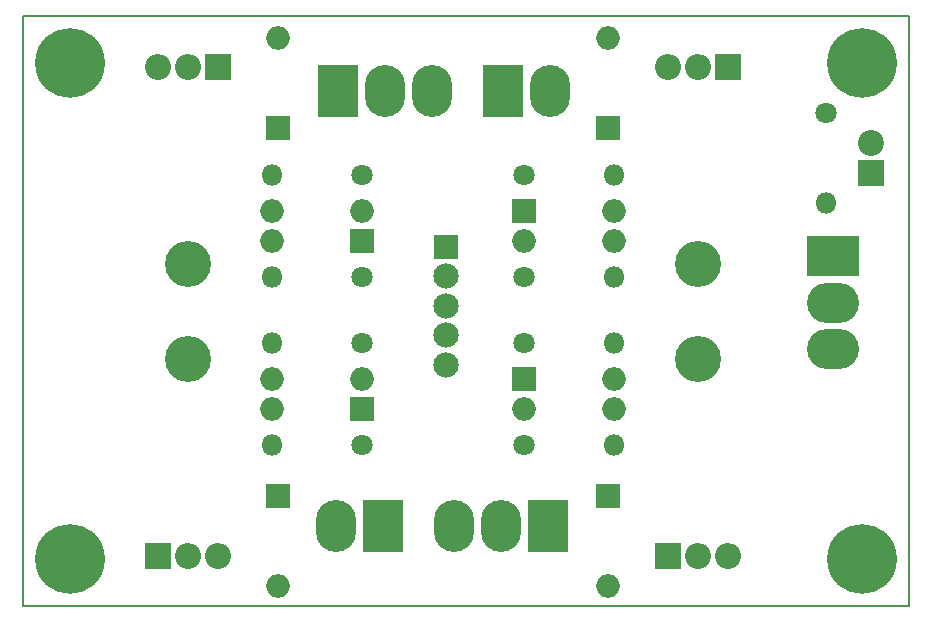
<source format=gbr>
%TF.GenerationSoftware,KiCad,Pcbnew,(5.0.0)*%
%TF.CreationDate,2018-12-15T00:11:35+01:00*%
%TF.ProjectId,high-voltage_driver_V1.0,686967682D766F6C746167655F647269,1.0*%
%TF.SameCoordinates,PXfbec30PYfbec30*%
%TF.FileFunction,Soldermask,Bot*%
%TF.FilePolarity,Negative*%
%FSLAX46Y46*%
G04 Gerber Fmt 4.6, Leading zero omitted, Abs format (unit mm)*
G04 Created by KiCad (PCBNEW (5.0.0)) date 12/15/18 00:11:35*
%MOMM*%
%LPD*%
G01*
G04 APERTURE LIST*
%ADD10C,0.150000*%
%ADD11C,1.800000*%
%ADD12O,1.800000X1.800000*%
%ADD13R,2.200000X2.200000*%
%ADD14C,2.200000*%
%ADD15R,2.150000X2.150000*%
%ADD16C,2.150000*%
%ADD17R,4.400000X3.400000*%
%ADD18O,4.400000X3.400000*%
%ADD19R,3.400000X4.400000*%
%ADD20O,3.400000X4.400000*%
%ADD21O,3.900000X3.900000*%
%ADD22O,2.200000X2.200000*%
%ADD23R,2.000000X2.000000*%
%ADD24O,2.000000X2.000000*%
%ADD25C,5.900000*%
G04 APERTURE END LIST*
D10*
X75000000Y-50000000D02*
X0Y-50000000D01*
X75000000Y0D02*
X75000000Y-50000000D01*
X0Y0D02*
X0Y-50000000D01*
X0Y0D02*
X75000000Y0D01*
D11*
X42418000Y-36322000D03*
D12*
X50038000Y-36322000D03*
D13*
X71755000Y-13335000D03*
D14*
X71755000Y-10795000D03*
D15*
X35814000Y-19558000D03*
D16*
X35814000Y-22058000D03*
X35814000Y-24558000D03*
X35814000Y-27058000D03*
X35814000Y-29558000D03*
D17*
X68580000Y-20320000D03*
D18*
X68580000Y-24282400D03*
X68580000Y-28244800D03*
D19*
X26670000Y-6350000D03*
D20*
X30632400Y-6350000D03*
X34594800Y-6350000D03*
D19*
X40640000Y-6350000D03*
D20*
X44602400Y-6350000D03*
D19*
X44450000Y-43180000D03*
D20*
X40487600Y-43180000D03*
X36525200Y-43180000D03*
D19*
X30480000Y-43180000D03*
D20*
X26517600Y-43180000D03*
D21*
X13970000Y-20978000D03*
D13*
X16510000Y-4318000D03*
D22*
X13970000Y-4318000D03*
X11430000Y-4318000D03*
D21*
X57150000Y-20978000D03*
D13*
X59690000Y-4318000D03*
D22*
X57150000Y-4318000D03*
X54610000Y-4318000D03*
D21*
X57150000Y-29060000D03*
D13*
X54610000Y-45720000D03*
D22*
X57150000Y-45720000D03*
X59690000Y-45720000D03*
D21*
X13970000Y-29060000D03*
D13*
X11430000Y-45720000D03*
D22*
X13970000Y-45720000D03*
X16510000Y-45720000D03*
D11*
X28702000Y-22098000D03*
D12*
X21082000Y-22098000D03*
D11*
X42418000Y-22098000D03*
D12*
X50038000Y-22098000D03*
D11*
X42418000Y-27686000D03*
D12*
X50038000Y-27686000D03*
D11*
X28702000Y-27686000D03*
D12*
X21082000Y-27686000D03*
D11*
X67945000Y-8255000D03*
D12*
X67945000Y-15875000D03*
D11*
X28702000Y-13462000D03*
D12*
X21082000Y-13462000D03*
D11*
X42418000Y-13462000D03*
D12*
X50038000Y-13462000D03*
D11*
X28702000Y-36322000D03*
D12*
X21082000Y-36322000D03*
D23*
X28702000Y-19050000D03*
D24*
X21082000Y-16510000D03*
X28702000Y-16510000D03*
X21082000Y-19050000D03*
D23*
X42418000Y-16510000D03*
D24*
X50038000Y-19050000D03*
X42418000Y-19050000D03*
X50038000Y-16510000D03*
D23*
X42418000Y-30734000D03*
D24*
X50038000Y-33274000D03*
X42418000Y-33274000D03*
X50038000Y-30734000D03*
D23*
X28702000Y-33274000D03*
D24*
X21082000Y-30734000D03*
X28702000Y-30734000D03*
X21082000Y-33274000D03*
D25*
X4000000Y-4000000D03*
X71000000Y-4000000D03*
X4000000Y-46000000D03*
X71000000Y-46000000D03*
D23*
X21590000Y-9525000D03*
D24*
X21590000Y-1905000D03*
D23*
X49530000Y-9525000D03*
D24*
X49530000Y-1905000D03*
D23*
X49530000Y-40640000D03*
D24*
X49530000Y-48260000D03*
D23*
X21590000Y-40640000D03*
D24*
X21590000Y-48260000D03*
M02*

</source>
